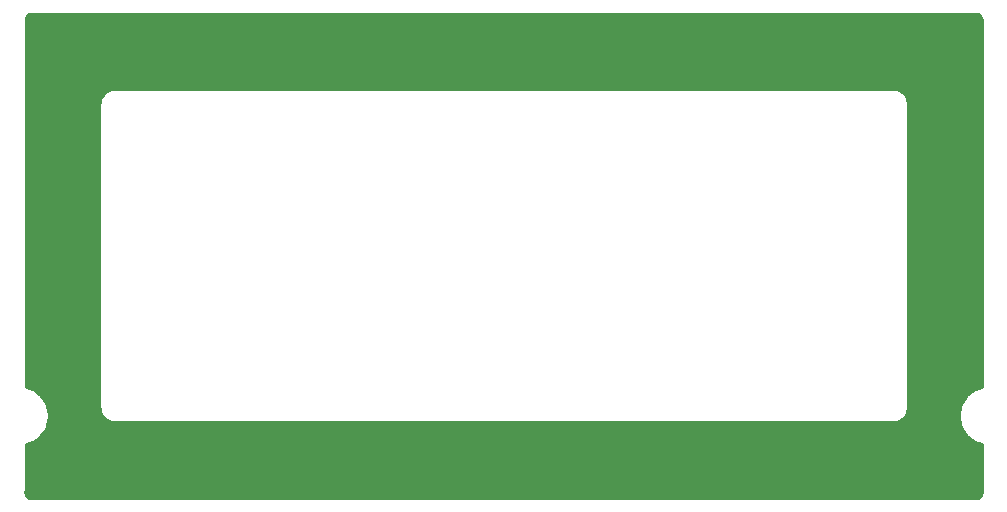
<source format=gbr>
G04 #@! TF.GenerationSoftware,KiCad,Pcbnew,5.0.2-bee76a0~70~ubuntu18.04.1*
G04 #@! TF.CreationDate,2020-04-30T09:21:28+02:00*
G04 #@! TF.ProjectId,OpenFrame,4f70656e-4672-4616-9d65-2e6b69636164,rev?*
G04 #@! TF.SameCoordinates,Original*
G04 #@! TF.FileFunction,Copper,L2,Bot*
G04 #@! TF.FilePolarity,Positive*
%FSLAX46Y46*%
G04 Gerber Fmt 4.6, Leading zero omitted, Abs format (unit mm)*
G04 Created by KiCad (PCBNEW 5.0.2-bee76a0~70~ubuntu18.04.1) date Do 30 Apr 2020 09:21:28 CEST*
%MOMM*%
%LPD*%
G01*
G04 APERTURE LIST*
G04 #@! TA.AperFunction,ViaPad*
%ADD10C,0.600000*%
G04 #@! TD*
G04 #@! TA.AperFunction,Conductor*
%ADD11C,0.110000*%
G04 #@! TD*
G04 #@! TA.AperFunction,Conductor*
%ADD12C,0.254000*%
G04 #@! TD*
G04 APERTURE END LIST*
D10*
G04 #@! TO.N,GND*
X105000000Y-80809000D03*
G04 #@! TD*
D11*
G04 #@! TO.N,GND*
X96317000Y-85050800D02*
X103124200Y-85050800D01*
X103124200Y-85050800D02*
X103302000Y-85228600D01*
G04 #@! TD*
D12*
G04 #@! TO.N,GND*
G36*
X145224540Y-45966635D02*
X145377941Y-46069987D01*
X145481318Y-46223227D01*
X145530020Y-46464386D01*
X145518195Y-77546418D01*
X145195709Y-77614140D01*
X145145581Y-77614619D01*
X145098945Y-77634461D01*
X145098676Y-77634517D01*
X145053583Y-77653760D01*
X145008198Y-77673069D01*
X145007970Y-77673225D01*
X144961357Y-77693116D01*
X144926289Y-77728938D01*
X144382837Y-78099623D01*
X144338716Y-78117848D01*
X144301147Y-78155343D01*
X144298944Y-78156846D01*
X144266186Y-78190236D01*
X144233042Y-78223315D01*
X144231557Y-78225533D01*
X144194387Y-78263420D01*
X144176542Y-78307694D01*
X143810520Y-78854324D01*
X143774998Y-78889701D01*
X143755510Y-78936478D01*
X143755358Y-78936705D01*
X143736387Y-78982378D01*
X143717581Y-79027519D01*
X143717528Y-79027784D01*
X143698089Y-79074584D01*
X143698040Y-79124719D01*
X143562338Y-79799714D01*
X143542752Y-79847267D01*
X143542949Y-79946016D01*
X143542747Y-80044946D01*
X143562332Y-80092502D01*
X143697928Y-80767169D01*
X143697966Y-80817264D01*
X143717412Y-80864110D01*
X143717473Y-80864415D01*
X143736293Y-80909595D01*
X143755205Y-80955156D01*
X143755380Y-80955417D01*
X143774882Y-81002236D01*
X143810374Y-81037586D01*
X144176107Y-81584049D01*
X144193929Y-81628305D01*
X144231102Y-81666219D01*
X144232601Y-81668459D01*
X144265742Y-81701550D01*
X144298453Y-81734913D01*
X144300674Y-81736429D01*
X144338251Y-81773949D01*
X144382346Y-81792175D01*
X144925450Y-82162871D01*
X144960473Y-82198681D01*
X145007108Y-82218607D01*
X145007370Y-82218786D01*
X145053270Y-82238331D01*
X145097765Y-82257343D01*
X145098066Y-82257406D01*
X145144735Y-82277279D01*
X145194831Y-82277773D01*
X145516783Y-82345538D01*
X145516248Y-83265432D01*
X145516248Y-83265434D01*
X145515458Y-84643161D01*
X145514662Y-86029423D01*
X145513076Y-86039457D01*
X145514634Y-86078784D01*
X145514611Y-86118140D01*
X145516587Y-86128103D01*
X145527729Y-86409417D01*
X145480999Y-86640819D01*
X145377623Y-86794054D01*
X145224229Y-86897404D01*
X144982719Y-86946101D01*
X103717241Y-86946098D01*
X103717236Y-86946099D01*
X65090503Y-86946080D01*
X64849015Y-86897385D01*
X64695600Y-86794029D01*
X64592221Y-86640790D01*
X64543566Y-86399861D01*
X64543931Y-86119036D01*
X64543996Y-86118709D01*
X64543996Y-86068956D01*
X64544059Y-86020485D01*
X64543996Y-86020166D01*
X64543996Y-82349046D01*
X64868278Y-82282759D01*
X64918840Y-82282461D01*
X65010865Y-82243706D01*
X65102631Y-82205126D01*
X65138194Y-82169185D01*
X65686280Y-81798273D01*
X65730808Y-81779988D01*
X65768164Y-81742859D01*
X65770042Y-81741588D01*
X65803259Y-81707977D01*
X65836700Y-81674739D01*
X65837963Y-81672861D01*
X65874989Y-81635396D01*
X65893149Y-81590812D01*
X66262502Y-81041666D01*
X66298341Y-81006001D01*
X66336417Y-80914704D01*
X66375150Y-80821994D01*
X66375304Y-80771431D01*
X66512074Y-80092460D01*
X66531729Y-80044649D01*
X66531467Y-79946031D01*
X66531707Y-79847496D01*
X66512041Y-79799689D01*
X66375146Y-79120904D01*
X66374984Y-79070356D01*
X66336170Y-78977494D01*
X66298125Y-78886332D01*
X66262291Y-78850687D01*
X65892939Y-78301733D01*
X65874781Y-78257166D01*
X65837739Y-78219691D01*
X65836465Y-78217798D01*
X65803039Y-78184586D01*
X65769825Y-78150984D01*
X65767930Y-78149702D01*
X65730556Y-78112567D01*
X65686043Y-78094296D01*
X65138047Y-77723516D01*
X65102493Y-77687586D01*
X65009990Y-77648699D01*
X64918670Y-77610250D01*
X64868125Y-77609956D01*
X64543997Y-77543712D01*
X64543997Y-53663330D01*
X70802319Y-53663330D01*
X70802604Y-53664024D01*
X70802603Y-55839358D01*
X70802604Y-55839363D01*
X70802603Y-59699968D01*
X70802604Y-59699973D01*
X70802603Y-61924968D01*
X70802604Y-61924973D01*
X70802603Y-73183968D01*
X70802604Y-73183973D01*
X70802603Y-75408968D01*
X70802604Y-75408973D01*
X70802603Y-79122458D01*
X70802321Y-79123144D01*
X70802603Y-79221748D01*
X70802603Y-79270998D01*
X70802746Y-79271717D01*
X70802748Y-79272442D01*
X70812402Y-79320260D01*
X70831730Y-79417429D01*
X70832144Y-79418049D01*
X70865684Y-79584180D01*
X70865896Y-79634922D01*
X70904398Y-79726785D01*
X70942714Y-79818545D01*
X70978696Y-79854321D01*
X71093870Y-80025141D01*
X71112162Y-80069828D01*
X71149148Y-80107125D01*
X71150332Y-80108881D01*
X71183910Y-80142180D01*
X71217290Y-80175840D01*
X71219050Y-80177027D01*
X71256343Y-80214009D01*
X71301029Y-80232300D01*
X71471833Y-80347463D01*
X71507586Y-80383429D01*
X71599245Y-80421714D01*
X71691254Y-80460277D01*
X71741970Y-80460489D01*
X71908084Y-80494044D01*
X71908727Y-80494473D01*
X72005829Y-80513788D01*
X72053662Y-80523450D01*
X72054415Y-80523452D01*
X72055158Y-80523600D01*
X72104215Y-80523600D01*
X72202961Y-80523893D01*
X72203674Y-80523600D01*
X74554042Y-80523600D01*
X136719257Y-80523319D01*
X136719260Y-80523320D01*
X137869611Y-80523320D01*
X137870322Y-80523612D01*
X137968953Y-80523320D01*
X138018128Y-80523320D01*
X138018871Y-80523172D01*
X138019620Y-80523170D01*
X138067309Y-80513537D01*
X138164559Y-80494193D01*
X138165201Y-80493764D01*
X138331326Y-80460208D01*
X138382045Y-80459996D01*
X138474000Y-80421455D01*
X138565706Y-80383151D01*
X138601462Y-80347182D01*
X138772263Y-80232018D01*
X138816951Y-80213726D01*
X138854247Y-80176740D01*
X138856003Y-80175556D01*
X138889326Y-80141953D01*
X138922961Y-80108597D01*
X138924146Y-80106839D01*
X138961130Y-80069544D01*
X138979421Y-80024857D01*
X139094584Y-79854051D01*
X139130550Y-79818297D01*
X139168859Y-79726579D01*
X139207397Y-79634628D01*
X139207609Y-79583911D01*
X139241163Y-79417792D01*
X139241592Y-79417150D01*
X139260925Y-79319958D01*
X139270569Y-79272212D01*
X139270571Y-79271462D01*
X139270719Y-79270719D01*
X139270719Y-79221545D01*
X139271011Y-79122913D01*
X139270719Y-79122202D01*
X139270719Y-53657996D01*
X139271012Y-53657283D01*
X139270719Y-53558537D01*
X139270719Y-53509481D01*
X139270571Y-53508738D01*
X139270569Y-53507984D01*
X139260897Y-53460102D01*
X139241592Y-53363050D01*
X139241163Y-53362408D01*
X139207609Y-53196297D01*
X139207397Y-53145582D01*
X139168631Y-53053086D01*
X139130548Y-52961910D01*
X139094582Y-52926157D01*
X138979421Y-52755353D01*
X138961130Y-52710666D01*
X138924146Y-52673371D01*
X138922961Y-52671613D01*
X138889326Y-52638257D01*
X138856003Y-52604654D01*
X138854247Y-52603470D01*
X138816951Y-52566484D01*
X138772263Y-52548192D01*
X138601462Y-52433028D01*
X138565706Y-52397059D01*
X138474000Y-52358755D01*
X138382045Y-52320214D01*
X138331326Y-52320002D01*
X138165201Y-52286446D01*
X138164559Y-52286017D01*
X138067309Y-52266673D01*
X138019620Y-52257040D01*
X138018871Y-52257038D01*
X138018128Y-52256890D01*
X137968953Y-52256890D01*
X137870322Y-52256598D01*
X137869611Y-52256890D01*
X135618098Y-52256890D01*
X135618078Y-52256886D01*
X135577364Y-52256890D01*
X135519250Y-52256890D01*
X135519221Y-52256896D01*
X74506005Y-52262890D01*
X72203672Y-52262890D01*
X72202959Y-52262597D01*
X72104213Y-52262890D01*
X72055156Y-52262890D01*
X72054413Y-52263038D01*
X72053660Y-52263040D01*
X72005827Y-52272702D01*
X71908725Y-52292017D01*
X71908082Y-52292446D01*
X71741968Y-52326001D01*
X71691252Y-52326213D01*
X71599243Y-52364776D01*
X71507584Y-52403061D01*
X71471831Y-52439027D01*
X71301023Y-52554192D01*
X71256331Y-52572487D01*
X71219041Y-52609468D01*
X71217288Y-52610650D01*
X71183939Y-52644280D01*
X71150322Y-52677618D01*
X71149140Y-52679371D01*
X71112160Y-52716662D01*
X71093867Y-52761354D01*
X70978693Y-52932181D01*
X70942718Y-52967950D01*
X70904352Y-53059826D01*
X70865894Y-53151590D01*
X70865683Y-53202321D01*
X70832145Y-53368430D01*
X70831731Y-53369050D01*
X70812490Y-53465783D01*
X70802748Y-53514032D01*
X70802746Y-53514768D01*
X70802604Y-53515481D01*
X70802604Y-53564153D01*
X70802319Y-53663330D01*
X64543997Y-53663330D01*
X64543997Y-46464500D01*
X64592717Y-46223250D01*
X64696096Y-46070011D01*
X64849511Y-45966655D01*
X65090999Y-45917960D01*
X103717560Y-45917942D01*
X103717565Y-45917943D01*
X144983039Y-45917939D01*
X145224540Y-45966635D01*
X145224540Y-45966635D01*
G37*
X145224540Y-45966635D02*
X145377941Y-46069987D01*
X145481318Y-46223227D01*
X145530020Y-46464386D01*
X145518195Y-77546418D01*
X145195709Y-77614140D01*
X145145581Y-77614619D01*
X145098945Y-77634461D01*
X145098676Y-77634517D01*
X145053583Y-77653760D01*
X145008198Y-77673069D01*
X145007970Y-77673225D01*
X144961357Y-77693116D01*
X144926289Y-77728938D01*
X144382837Y-78099623D01*
X144338716Y-78117848D01*
X144301147Y-78155343D01*
X144298944Y-78156846D01*
X144266186Y-78190236D01*
X144233042Y-78223315D01*
X144231557Y-78225533D01*
X144194387Y-78263420D01*
X144176542Y-78307694D01*
X143810520Y-78854324D01*
X143774998Y-78889701D01*
X143755510Y-78936478D01*
X143755358Y-78936705D01*
X143736387Y-78982378D01*
X143717581Y-79027519D01*
X143717528Y-79027784D01*
X143698089Y-79074584D01*
X143698040Y-79124719D01*
X143562338Y-79799714D01*
X143542752Y-79847267D01*
X143542949Y-79946016D01*
X143542747Y-80044946D01*
X143562332Y-80092502D01*
X143697928Y-80767169D01*
X143697966Y-80817264D01*
X143717412Y-80864110D01*
X143717473Y-80864415D01*
X143736293Y-80909595D01*
X143755205Y-80955156D01*
X143755380Y-80955417D01*
X143774882Y-81002236D01*
X143810374Y-81037586D01*
X144176107Y-81584049D01*
X144193929Y-81628305D01*
X144231102Y-81666219D01*
X144232601Y-81668459D01*
X144265742Y-81701550D01*
X144298453Y-81734913D01*
X144300674Y-81736429D01*
X144338251Y-81773949D01*
X144382346Y-81792175D01*
X144925450Y-82162871D01*
X144960473Y-82198681D01*
X145007108Y-82218607D01*
X145007370Y-82218786D01*
X145053270Y-82238331D01*
X145097765Y-82257343D01*
X145098066Y-82257406D01*
X145144735Y-82277279D01*
X145194831Y-82277773D01*
X145516783Y-82345538D01*
X145516248Y-83265432D01*
X145516248Y-83265434D01*
X145515458Y-84643161D01*
X145514662Y-86029423D01*
X145513076Y-86039457D01*
X145514634Y-86078784D01*
X145514611Y-86118140D01*
X145516587Y-86128103D01*
X145527729Y-86409417D01*
X145480999Y-86640819D01*
X145377623Y-86794054D01*
X145224229Y-86897404D01*
X144982719Y-86946101D01*
X103717241Y-86946098D01*
X103717236Y-86946099D01*
X65090503Y-86946080D01*
X64849015Y-86897385D01*
X64695600Y-86794029D01*
X64592221Y-86640790D01*
X64543566Y-86399861D01*
X64543931Y-86119036D01*
X64543996Y-86118709D01*
X64543996Y-86068956D01*
X64544059Y-86020485D01*
X64543996Y-86020166D01*
X64543996Y-82349046D01*
X64868278Y-82282759D01*
X64918840Y-82282461D01*
X65010865Y-82243706D01*
X65102631Y-82205126D01*
X65138194Y-82169185D01*
X65686280Y-81798273D01*
X65730808Y-81779988D01*
X65768164Y-81742859D01*
X65770042Y-81741588D01*
X65803259Y-81707977D01*
X65836700Y-81674739D01*
X65837963Y-81672861D01*
X65874989Y-81635396D01*
X65893149Y-81590812D01*
X66262502Y-81041666D01*
X66298341Y-81006001D01*
X66336417Y-80914704D01*
X66375150Y-80821994D01*
X66375304Y-80771431D01*
X66512074Y-80092460D01*
X66531729Y-80044649D01*
X66531467Y-79946031D01*
X66531707Y-79847496D01*
X66512041Y-79799689D01*
X66375146Y-79120904D01*
X66374984Y-79070356D01*
X66336170Y-78977494D01*
X66298125Y-78886332D01*
X66262291Y-78850687D01*
X65892939Y-78301733D01*
X65874781Y-78257166D01*
X65837739Y-78219691D01*
X65836465Y-78217798D01*
X65803039Y-78184586D01*
X65769825Y-78150984D01*
X65767930Y-78149702D01*
X65730556Y-78112567D01*
X65686043Y-78094296D01*
X65138047Y-77723516D01*
X65102493Y-77687586D01*
X65009990Y-77648699D01*
X64918670Y-77610250D01*
X64868125Y-77609956D01*
X64543997Y-77543712D01*
X64543997Y-53663330D01*
X70802319Y-53663330D01*
X70802604Y-53664024D01*
X70802603Y-55839358D01*
X70802604Y-55839363D01*
X70802603Y-59699968D01*
X70802604Y-59699973D01*
X70802603Y-61924968D01*
X70802604Y-61924973D01*
X70802603Y-73183968D01*
X70802604Y-73183973D01*
X70802603Y-75408968D01*
X70802604Y-75408973D01*
X70802603Y-79122458D01*
X70802321Y-79123144D01*
X70802603Y-79221748D01*
X70802603Y-79270998D01*
X70802746Y-79271717D01*
X70802748Y-79272442D01*
X70812402Y-79320260D01*
X70831730Y-79417429D01*
X70832144Y-79418049D01*
X70865684Y-79584180D01*
X70865896Y-79634922D01*
X70904398Y-79726785D01*
X70942714Y-79818545D01*
X70978696Y-79854321D01*
X71093870Y-80025141D01*
X71112162Y-80069828D01*
X71149148Y-80107125D01*
X71150332Y-80108881D01*
X71183910Y-80142180D01*
X71217290Y-80175840D01*
X71219050Y-80177027D01*
X71256343Y-80214009D01*
X71301029Y-80232300D01*
X71471833Y-80347463D01*
X71507586Y-80383429D01*
X71599245Y-80421714D01*
X71691254Y-80460277D01*
X71741970Y-80460489D01*
X71908084Y-80494044D01*
X71908727Y-80494473D01*
X72005829Y-80513788D01*
X72053662Y-80523450D01*
X72054415Y-80523452D01*
X72055158Y-80523600D01*
X72104215Y-80523600D01*
X72202961Y-80523893D01*
X72203674Y-80523600D01*
X74554042Y-80523600D01*
X136719257Y-80523319D01*
X136719260Y-80523320D01*
X137869611Y-80523320D01*
X137870322Y-80523612D01*
X137968953Y-80523320D01*
X138018128Y-80523320D01*
X138018871Y-80523172D01*
X138019620Y-80523170D01*
X138067309Y-80513537D01*
X138164559Y-80494193D01*
X138165201Y-80493764D01*
X138331326Y-80460208D01*
X138382045Y-80459996D01*
X138474000Y-80421455D01*
X138565706Y-80383151D01*
X138601462Y-80347182D01*
X138772263Y-80232018D01*
X138816951Y-80213726D01*
X138854247Y-80176740D01*
X138856003Y-80175556D01*
X138889326Y-80141953D01*
X138922961Y-80108597D01*
X138924146Y-80106839D01*
X138961130Y-80069544D01*
X138979421Y-80024857D01*
X139094584Y-79854051D01*
X139130550Y-79818297D01*
X139168859Y-79726579D01*
X139207397Y-79634628D01*
X139207609Y-79583911D01*
X139241163Y-79417792D01*
X139241592Y-79417150D01*
X139260925Y-79319958D01*
X139270569Y-79272212D01*
X139270571Y-79271462D01*
X139270719Y-79270719D01*
X139270719Y-79221545D01*
X139271011Y-79122913D01*
X139270719Y-79122202D01*
X139270719Y-53657996D01*
X139271012Y-53657283D01*
X139270719Y-53558537D01*
X139270719Y-53509481D01*
X139270571Y-53508738D01*
X139270569Y-53507984D01*
X139260897Y-53460102D01*
X139241592Y-53363050D01*
X139241163Y-53362408D01*
X139207609Y-53196297D01*
X139207397Y-53145582D01*
X139168631Y-53053086D01*
X139130548Y-52961910D01*
X139094582Y-52926157D01*
X138979421Y-52755353D01*
X138961130Y-52710666D01*
X138924146Y-52673371D01*
X138922961Y-52671613D01*
X138889326Y-52638257D01*
X138856003Y-52604654D01*
X138854247Y-52603470D01*
X138816951Y-52566484D01*
X138772263Y-52548192D01*
X138601462Y-52433028D01*
X138565706Y-52397059D01*
X138474000Y-52358755D01*
X138382045Y-52320214D01*
X138331326Y-52320002D01*
X138165201Y-52286446D01*
X138164559Y-52286017D01*
X138067309Y-52266673D01*
X138019620Y-52257040D01*
X138018871Y-52257038D01*
X138018128Y-52256890D01*
X137968953Y-52256890D01*
X137870322Y-52256598D01*
X137869611Y-52256890D01*
X135618098Y-52256890D01*
X135618078Y-52256886D01*
X135577364Y-52256890D01*
X135519250Y-52256890D01*
X135519221Y-52256896D01*
X74506005Y-52262890D01*
X72203672Y-52262890D01*
X72202959Y-52262597D01*
X72104213Y-52262890D01*
X72055156Y-52262890D01*
X72054413Y-52263038D01*
X72053660Y-52263040D01*
X72005827Y-52272702D01*
X71908725Y-52292017D01*
X71908082Y-52292446D01*
X71741968Y-52326001D01*
X71691252Y-52326213D01*
X71599243Y-52364776D01*
X71507584Y-52403061D01*
X71471831Y-52439027D01*
X71301023Y-52554192D01*
X71256331Y-52572487D01*
X71219041Y-52609468D01*
X71217288Y-52610650D01*
X71183939Y-52644280D01*
X71150322Y-52677618D01*
X71149140Y-52679371D01*
X71112160Y-52716662D01*
X71093867Y-52761354D01*
X70978693Y-52932181D01*
X70942718Y-52967950D01*
X70904352Y-53059826D01*
X70865894Y-53151590D01*
X70865683Y-53202321D01*
X70832145Y-53368430D01*
X70831731Y-53369050D01*
X70812490Y-53465783D01*
X70802748Y-53514032D01*
X70802746Y-53514768D01*
X70802604Y-53515481D01*
X70802604Y-53564153D01*
X70802319Y-53663330D01*
X64543997Y-53663330D01*
X64543997Y-46464500D01*
X64592717Y-46223250D01*
X64696096Y-46070011D01*
X64849511Y-45966655D01*
X65090999Y-45917960D01*
X103717560Y-45917942D01*
X103717565Y-45917943D01*
X144983039Y-45917939D01*
X145224540Y-45966635D01*
G04 #@! TD*
M02*

</source>
